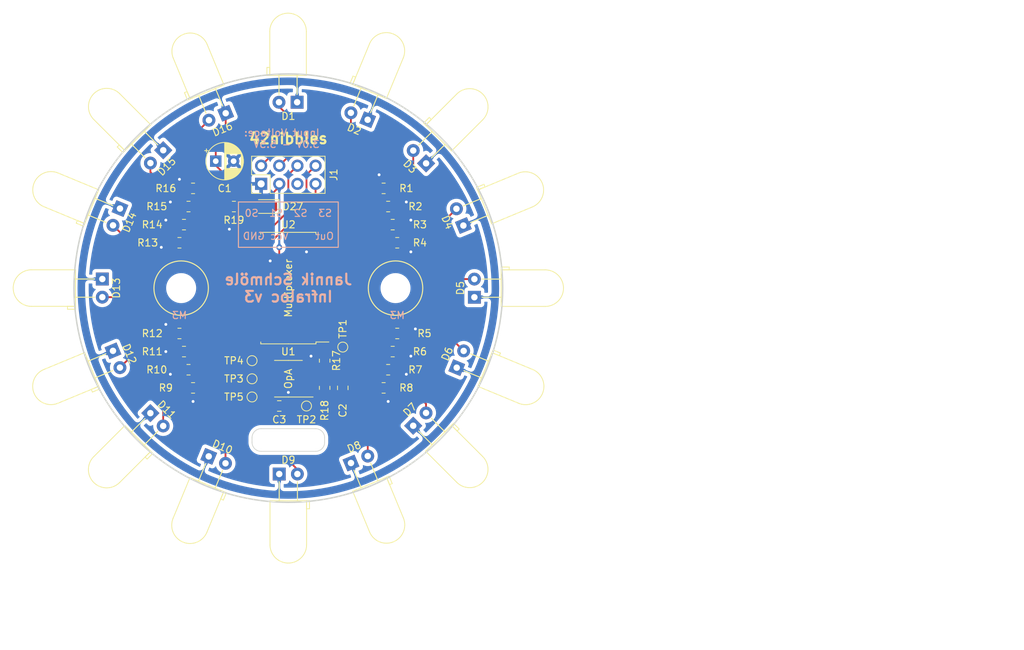
<source format=kicad_pcb>
(kicad_pcb (version 20211014) (generator pcbnew)
  (title_block (title "Infraloc") (date "2023-02-10") (rev "3") (company "FH Dortmund - 42nibbles") (comment 1 "Jannik Schmöle") (comment 4 "AISLER Project ID: UIJZLBFI"))
  (layers (0 "F.Cu" signal) (31 "B.Cu" signal) (34 "B.Paste" user) (35 "F.Paste" user) (36 "B.SilkS" user "B.Silkscreen") (37 "F.SilkS" user "F.Silkscreen") (38 "B.Mask" user) (39 "F.Mask" user) (44 "Edge.Cuts" user))
  (net 0 "")
  (net 1 "IRsig")
  (net 2 "/IR Empfänger/S0")
  (net 3 "GND")
  (net 4 "/IR Empfänger/S1")
  (net 5 "/IR Empfänger/S2")
  (net 6 "VCC")
  (net 7 "/IR Empfänger/S3")
  (net 8 "/IR Empfänger/Out")
  (net 9 "Net-(D1-Pad2)")
  (net 10 "Net-(D2-Pad2)")
  (net 11 "Net-(D3-Pad2)")
  (net 12 "Net-(D4-Pad2)")
  (net 13 "Net-(D5-Pad2)")
  (net 14 "Net-(D6-Pad2)")
  (net 15 "Net-(D7-Pad2)")
  (net 16 "Net-(D8-Pad2)")
  (net 17 "Net-(D9-Pad2)")
  (net 18 "Net-(D12-Pad2)")
  (net 19 "Net-(D13-Pad2)")
  (net 20 "Net-(D14-Pad2)")
  (net 21 "Net-(D15-Pad2)")
  (net 22 "Net-(D16-Pad2)")
  (net 23 "Net-(D10-Pad2)")
  (net 24 "Net-(D11-Pad2)")
  (net 25 "/IR Empfänger/IR Drive")
  (net 26 "Net-(TP3-Pad1)")
  (net 27 "Net-(TP4-Pad1)")
  (net 28 "Net-(TP5-Pad1)")
  (net 29 "Net-(D27-Pad2)")
  (net 30 "Net-(C2-Pad1)")
  (footprint "Capacitor_SMD:C_0805_2012Metric_Pad1.18x1.45mm_HandSolder" (layer "F.Cu") (at 67.31 73.66 -90)
    (fp_text reference "C2")
    (fp_text value "10pF")
  )
  (footprint "Resistor_SMD:R_0805_2012Metric_Pad1.20x1.40mm_HandSolder" (layer "F.Cu") (at 74.295 50.8)
    (fp_text reference "R3")
    (fp_text value "R")
  )
  (footprint "Resistor_SMD:R_0805_2012Metric_Pad1.20x1.40mm_HandSolder" (layer "F.Cu") (at 45.72 48.26 180)
    (fp_text reference "R15")
    (fp_text value "R")
  )
  (footprint "TestPoint:TestPoint_Pad_D1.0mm" (layer "F.Cu") (at 62.23 76.2 -90)
    (fp_text reference "TP2")
    (fp_text value "Preamp")
  )
  (footprint "LED_THT:LED_D5.0mm_Horizontal_O3.81mm_Z3.0mm" (layer "F.Cu") (at 35.636796 49.726836 -112.5)
    (fp_text reference "D14")
    (fp_text value "D_Photo")
  )
  (footprint "LED_THT:LED_D5.0mm_Horizontal_O3.81mm_Z3.0mm" (layer "F.Cu") (at 69.653163 83.743203 22.5)
    (fp_text reference "D8")
    (fp_text value "D_Photo")
  )
  (footprint "LED_THT:LED_D5.0mm_Horizontal_O3.81mm_Z3.0mm" (layer "F.Cu") (at 49.726836 35.636796 -157.5)
    (fp_text reference "D16")
    (fp_text value "D_Photo")
  )
  (footprint "TestPoint:TestPoint_Pad_D1.0mm" (layer "F.Cu") (at 67.31 67.945 180)
    (fp_text reference "TP1")
    (fp_text value "IR_Signal")
  )
  (footprint "Resistor_SMD:R_0805_2012Metric_Pad1.20x1.40mm_HandSolder" (layer "F.Cu") (at 73.025 45.72)
    (fp_text reference "R1")
    (fp_text value "R")
  )
  (footprint "Resistor_SMD:R_0805_2012Metric_Pad1.20x1.40mm_HandSolder" (layer "F.Cu") (at 52.07 48.26 180)
    (fp_text reference "R19")
    (fp_text value "250R")
  )
  (footprint "Connector_PinHeader_2.54mm:PinHeader_2x04_P2.54mm_Vertical" (layer "F.Cu") (at 55.88 45.085 90)
    (fp_text reference "J1")
    (fp_text value "Conn_02x04_Odd_Even")
  )
  (footprint "LED_THT:LED_D5.0mm_Horizontal_O3.81mm_Z3.0mm" (layer "F.Cu") (at 35.636796 69.653163 -67.5)
    (fp_text reference "D12")
    (fp_text value "D_Photo")
  )
  (footprint "TestPoint:TestPoint_Pad_D1.0mm" (layer "F.Cu") (at 54.61 72.39)
    (fp_text reference "TP3")
    (fp_text value "2-")
  )
  (footprint "Resistor_SMD:R_0805_2012Metric_Pad1.20x1.40mm_HandSolder" (layer "F.Cu") (at 73.025 73.66)
    (fp_text reference "R8")
    (fp_text value "R")
  )
  (footprint "Resistor_SMD:R_0805_2012Metric_Pad1.20x1.40mm_HandSolder" (layer "F.Cu") (at 45.085 50.8 180)
    (fp_text reference "R14")
    (fp_text value "R")
  )
  (footprint "Resistor_SMD:R_0805_2012Metric_Pad1.20x1.40mm_HandSolder" (layer "F.Cu") (at 46.355 45.72 180)
    (fp_text reference "R16")
    (fp_text value "R")
  )
  (footprint "Resistor_SMD:R_0805_2012Metric_Pad1.20x1.40mm_HandSolder" (layer "F.Cu") (at 73.66 71.12)
    (fp_text reference "R7")
    (fp_text value "R")
  )
  (footprint "LED_THT:LED_D5.0mm_Horizontal_O3.81mm_Z3.0mm" (layer "F.Cu") (at 49.726836 83.743203 -22.5)
    (fp_text reference "D10")
    (fp_text value "D_Photo")
  )
  (footprint "Resistor_SMD:R_0805_2012Metric_Pad1.20x1.40mm_HandSolder" (layer "F.Cu") (at 74.93 53.34)
    (fp_text reference "R4")
    (fp_text value "R")
  )
  (footprint "LED_THT:LED_D5.0mm_Horizontal_O3.81mm_Z3.0mm" (layer "F.Cu") (at 59.69 33.655 180)
    (fp_text reference "D1")
    (fp_text value "D_Photo")
  )
  (footprint "LED_THT:LED_D5.0mm_Horizontal_O3.81mm_Z3.0mm" (layer "F.Cu") (at 83.743203 69.653163 67.5)
    (fp_text reference "D6")
    (fp_text value "D_Photo")
  )
  (footprint "Resistor_SMD:R_0805_2012Metric_Pad1.20x1.40mm_HandSolder" (layer "F.Cu") (at 45.085 68.58 180)
    (fp_text reference "R11")
    (fp_text value "R")
  )
  (footprint "LED_THT:LED_D5.0mm_Horizontal_O3.81mm_Z3.0mm" (layer "F.Cu") (at 59.69 85.725)
    (fp_text reference "D9")
    (fp_text value "D_Photo")
  )
  (footprint "Resistor_SMD:R_0805_2012Metric_Pad1.20x1.40mm_HandSolder" (layer "F.Cu") (at 64.77 73.66 -90)
    (fp_text reference "R18")
    (fp_text value "R")
  )
  (footprint "Resistor_SMD:R_0805_2012Metric_Pad1.20x1.40mm_HandSolder" (layer "F.Cu") (at 45.72 71.12 180)
    (fp_text reference "R10")
    (fp_text value "R")
  )
  (footprint "LED_THT:LED_D5.0mm_Horizontal_O3.81mm_Z3.0mm" (layer "F.Cu") (at 33.655 59.69 -90)
    (fp_text reference "D13")
    (fp_text value "D_Photo")
  )
  (footprint "Package_SO:SOP-8_3.9x4.9mm_P1.27mm" (layer "F.Cu") (at 59.7025 72.3775 180)
    (fp_text reference "U1")
    (fp_text value "LM358")
  )
  (footprint "Resistor_SMD:R_0805_2012Metric_Pad1.20x1.40mm_HandSolder" (layer "F.Cu") (at 44.45 53.34 180)
    (fp_text reference "R13")
    (fp_text value "R")
  )
  (footprint "LED_THT:LED_D5.0mm_Horizontal_O3.81mm_Z3.0mm" (layer "F.Cu") (at 83.743203 49.726836 112.5)
    (fp_text reference "D4")
    (fp_text value "D_Photo")
  )
  (footprint "TestPoint:TestPoint_Pad_D1.0mm" (layer "F.Cu") (at 54.61 69.85)
    (fp_text reference "TP4")
    (fp_text value "2+")
  )
  (footprint "LED_THT:LED_D5.0mm_Horizontal_O3.81mm_Z3.0mm" (layer "F.Cu") (at 41.280474 78.099525 -45)
    (fp_text reference "D11")
    (fp_text value "D_Photo")
  )
  (footprint "LED_THT:LED_D5.0mm_Horizontal_O3.81mm_Z3.0mm" (layer "F.Cu") (at 41.280474 41.280474 -135)
    (fp_text reference "D15")
    (fp_text value "D_Photo")
  )
  (footprint "Package_SO:SOIC-24W_7.5x15.4mm_P1.27mm" (layer "F.Cu") (at 59.69 59.69 180)
    (fp_text reference "U2")
    (fp_text value "74HC4067D")
  )
  (footprint "Capacitor_SMD:C_0805_2012Metric_Pad1.18x1.45mm_HandSolder" (layer "F.Cu") (at 58.42 76.2)
    (fp_text reference "C3")
    (fp_text value "100nF")
  )
  (footprint "LED_THT:LED_D5.0mm_Horizontal_O3.81mm_Z3.0mm" (layer "F.Cu") (at 78.099525 41.280474 135)
    (fp_text reference "D3")
    (fp_text value "D_Photo")
  )
  (footprint "Resistor_SMD:R_0805_2012Metric_Pad1.20x1.40mm_HandSolder" (layer "F.Cu") (at 64.77 69.85 -90)
    (fp_text reference "R17")
    (fp_text value "150k")
  )
  (footprint "Resistor_SMD:R_0805_2012Metric_Pad1.20x1.40mm_HandSolder" (layer "F.Cu") (at 44.45 66.04 180)
    (fp_text reference "R12")
    (fp_text value "R")
  )
  (footprint "Resistor_SMD:R_0805_2012Metric_Pad1.20x1.40mm_HandSolder" (layer "F.Cu") (at 46.355 73.66 180)
    (fp_text reference "R9")
    (fp_text value "R")
  )
  (footprint "Resistor_SMD:R_0805_2012Metric_Pad1.20x1.40mm_HandSolder" (layer "F.Cu") (at 74.295 68.58)
    (fp_text reference "R6")
    (fp_text value "R")
  )
  (footprint "LED_THT:LED_D5.0mm_Horizontal_O3.81mm_Z3.0mm" (layer "F.Cu") (at 85.725 59.69 90)
    (fp_text reference "D5")
    (fp_text value "D_Photo")
  )
  (footprint "Resistor_SMD:R_0805_2012Metric_Pad1.20x1.40mm_HandSolder" (layer "F.Cu") (at 74.93 66.04)
    (fp_text reference "R5")
    (fp_text value "R")
  )
  (footprint "Capacitor_THT:CP_Radial_D5.0mm_P2.50mm" (layer "F.Cu") (at 49.53 41.91)
    (fp_text reference "C1")
    (fp_text value "10uF")
  )
  (footprint "Resistor_SMD:R_0805_2012Metric_Pad1.20x1.40mm_HandSolder" (layer "F.Cu") (at 73.66 48.26)
    (fp_text reference "R2")
    (fp_text value "R")
  )
  (footprint "MountingHole:MountingHole_3.2mm_M3_DIN965" (layer "F.Cu") (at 44.69 59.69)
    (fp_text reference "H2")
    (fp_text value "MountingHole")
  )
  (footprint "LED_THT:LED_D5.0mm_Horizontal_O3.81mm_Z3.0mm" (layer "F.Cu") (at 69.653163 35.636796 157.5)
    (fp_text reference "D2")
    (fp_text value "D_Photo")
  )
  (footprint "LED_SMD:LED_0805_2012Metric_Pad1.15x1.40mm_HandSolder" (layer "F.Cu") (at 56.515 48.26 180)
    (fp_text reference "D27")
    (fp_text value "LED")
  )
  (footprint "TestPoint:TestPoint_Pad_D1.0mm" (layer "F.Cu") (at 54.61 74.93)
    (fp_text reference "TP5")
    (fp_text value "2Out")
  )
  (footprint "LED_THT:LED_D5.0mm_Horizontal_O3.81mm_Z3.0mm" (layer "F.Cu") (at 78.099525 78.099525 45)
    (fp_text reference "D7")
    (fp_text value "D_Photo")
  )
  (footprint "MountingHole:MountingHole_3.2mm_M3_DIN965" (layer "F.Cu") (at 74.69 59.69)
    (fp_text reference "H1")
    (fp_text value "MountingHole")
  )
  (gr_rect (start 52.705 47.625) (end 66.675 53.975) (layer "B.SilkS") (width 0.15) (fill none))
  (gr_circle (center 74.69 59.69) (end 78.5 59.69) (layer "F.SilkS") (width 0.15) (fill none))
  (gr_circle (center 44.69 59.69) (end 40.88 59.69) (layer "F.SilkS") (width 0.15) (fill none))
  (gr_circle (center 59.69 59.69) (end 89.69 59.69) (layer "Edge.Cuts") (width 0.2) (fill none))
  (gr_line (start 54.61 81.28) (end 54.61 80.645) (layer "Edge.Cuts") (width 0.1))
  (gr_line (start 63.5 82.55) (end 55.88 82.55) (layer "Edge.Cuts") (width 0.1))
  (gr_arc (start 54.61 80.645) (mid 54.981974 79.746974) (end 55.88 79.375) (layer "Edge.Cuts") (width 0.1))
  (gr_line (start 55.88 79.375) (end 63.5 79.375) (layer "Edge.Cuts") (width 0.1))
  (gr_arc (start 55.88 82.55) (mid 54.981974 82.178026) (end 54.61 81.28) (layer "Edge.Cuts") (width 0.1))
  (gr_arc (start 64.77 81.28) (mid 64.398026 82.178026) (end 63.5 82.55) (layer "Edge.Cuts") (width 0.1))
  (gr_line (start 64.77 80.645) (end 64.77 81.28) (layer "Edge.Cuts") (width 0.1))
  (gr_arc (start 63.5 79.375) (mid 64.398026 79.746974) (end 64.77 80.645) (layer "Edge.Cuts") (width 0.1))
  (gr_text "Input Voltage:\n3.0V - 5.5V" (at 64.135 38.735) (layer "B.SilkS") (effects (font (size 1 1)) (justify left mirror)))
  (gr_text "M3" (at 74.93 63.5) (layer "B.SilkS") (effects (font (size 1 1)) (justify mirror)))
  (gr_text "Jannik Schmöle\nInfraloc v3" (at 59.69 59.69) (layer "B.SilkS") (effects (font (size 1.5 1.5) (thickness 0.3)) (justify mirror)))
  (gr_text "M3" (at 44.45 63.5) (layer "B.SilkS") (effects (font (size 1 1)) (justify mirror)))
  (gr_text "S3  S2  S1  S0\n\nOut     Vcc GND" (at 59.69 50.8) (layer "B.SilkS") (effects (font (size 1 1)) (justify mirror)))
  (gr_text "Multiplexer" (at 59.69 59.69 90) (layer "F.SilkS") (effects (font (size 1 1))))
  (gr_text "42nibbles" (at 59.69 38.735) (layer "F.SilkS") (effects (font (size 1.5 1.5) (thickness 0.3))))
  (gr_text "OpA" (at 59.69 72.39 90) (layer "F.SilkS") (effects (font (size 1 1))))
  (segment (start 63.5 66.675) (end 60.96 69.215) (width 0.25) (layer "F.Cu") (net 1))
  (segment (start 61.5825 73.0125) (end 62.3275 73.0125) (width 0.25) (layer "F.Cu") (net 1))
  (segment (start 66.04 66.675) (end 67.31 67.945) (width 0.25) (layer "F.Cu") (net 1))
  (segment (start 60.96 72.39) (end 61.5825 73.0125) (width 0.25) (layer "F.Cu") (net 1))
  (segment (start 60.96 69.215) (end 60.96 72.39) (width 0.25) (layer "F.Cu") (net 1))
  (segment (start 64.34 66.675) (end 66.04 66.675) (width 0.25) (layer "F.Cu") (net 1))
  (segment (start 64.34 66.675) (end 63.5 66.675) (width 0.25) (layer "F.Cu") (net 1))
  (segment (start 58.42 40.005) (end 64.77 40.005) (width 0.25) (layer "F.Cu") (net 2))
  (segment (start 67.31 53.34) (end 65.405 55.245) (width 0.25) (layer "F.Cu") (net 2))
  (segment (start 65.405 55.245) (end 64.34 55.245) (width 0.25) (layer "F.Cu") (net 2))
  (segment (start 67.31 42.545) (end 67.31 53.34) (width 0.25) (layer "F.Cu") (net 2))
  (segment (start 64.77 40.005) (end 67.31 42.545) (width 0.25) (layer "F.Cu") (net 2))
  (segment (start 55.88 42.545) (end 58.42 40.005) (width 0.25) (layer "F.Cu") (net 2))
  (segment (start 45.355 45.355) (end 44.45 44.45) (width 0.25) (layer "F.Cu") (net 3))
  (segment (start 44.72 71.12) (end 43.815 71.12) (width 0.25) (layer "F.Cu") (net 3))
  (segment (start 76.2 71.755) (end 75.565 71.12) (width 0.25) (layer "F.Cu") (net 3))
  (segment (start 76.2 47.625) (end 75.565 48.26) (width 0.25) (layer "F.Cu") (net 3))
  (segment (start 76.2 50.8) (end 75.295 50.8) (width 0.25) (layer "F.Cu") (net 3))
  (segment (start 64.405 69.215) (end 64.77 68.85) (width 0.25) (layer "F.Cu") (net 3))
  (segment (start 63.913928 52.705) (end 64.34 52.705) (width 0.25) (layer "F.Cu") (net 3))
  (segment (start 45.355 45.72) (end 45.355 45.355) (width 0.25) (layer "F.Cu") (net 3))
  (segment (start 62.23 54.388928) (end 63.913928 52.705) (width 0.25) (layer "F.Cu") (net 3))
  (segment (start 62.865 69.215) (end 62.3275 69.7525) (width 0.25) (layer "F.Cu") (net 3))
  (segment (start 76.835 50.165) (end 76.2 50.8) (width 0.25) (layer "F.Cu") (net 3))
  (segment (start 76.835 66.04) (end 75.93 66.04) (width 0.25) (layer "F.Cu") (net 3))
  (segment (start 51.435 51.435) (end 51.435 48.625) (width 0.25) (layer "F.Cu") (net 3))
  (segment (start 74.025 75.2) (end 74.025 73.66) (width 0.25) (layer "F.Cu") (net 3))
  (segment (start 59.4575 74.5275) (end 59.4575 76.2) (width 0.25) (layer "F.Cu") (net 3))
  (segment (start 57.15 55.88) (end 56.515 55.245) (width 0.25) (layer "F.Cu") (net 3))
  (segment (start 73.66 75.565) (end 74.025 75.2) (width 0.25) (layer "F.Cu") (net 3))
  (segment (start 75.565 48.26) (end 74.66 48.26) (width 0.25) (layer "F.Cu") (net 3))
  (segment (start 42.545 53.34) (end 41.91 53.975) (width 0.25) (layer "F.Cu") (net 3))
  (segment (start 74.025 45.45) (end 72.39 43.815) (width 0.25) (layer "F.Cu") (net 3))
  (segment (start 51.435 48.625) (end 51.07 48.26) (width 0.25) (layer "F.Cu") (net 3))
  (segment (start 43.815 71.12) (end 43.18 71.755) (width 0.25) (layer "F.Cu") (net 3))
  (segment (start 74.025 45.72) (end 74.025 45.45) (width 0.25) (layer "F.Cu") (net 3))
  (segment (start 59.69 74.295) (end 59.4575 74.5275) (width 0.25) (layer "F.Cu") (net 3))
  (segment (start 76.835 69.215) (end 76.2 68.58) (width 0.25) (layer "F.Cu") (net 3))
  (segment (start 46.355 75.565) (end 45.355 74.565) (width 0.25) (layer "F.Cu") (net 3))
  (segment (start 75.565 71.12) (end 74.66 71.12) (width 0.25) (layer "F.Cu") (net 3))
  (segment (start 43.45 53.34) (end 42.545 53.34) (width 0.25) (layer "F.Cu") (net 3))
  (segment (start 75.93 53.34) (end 75.93 53.705) (width 0.25) (layer "F.Cu") (net 3))
  (segment (start 42.545 65.135) (end 43.45 66.04) (width 0.25) (layer "F.Cu") (net 3))
  (segment (start 42.545 64.77) (end 42.545 65.135) (width 0.25) (layer "F.Cu") (net 3))
  (segment (start 44.085 50.8) (end 43.18 50.8) (width 0.25) (layer "F.Cu") (net 3))
  (segment (start 62.3275 69.7525) (end 62.3275 70.4725) (width 0.25) (layer "F.Cu") (net 3))
  (segment (start 43.18 50.8) (end 42.545 50.165) (width 0.25) (layer "F.Cu") (net 3))
  (segment (start 75.93 53.705) (end 76.835 54.61) (width 0.25) (layer "F.Cu") (net 3))
  (segment (start 62.23 54.61) (end 62.23 54.388928) (width 0.25) (layer "F.Cu") (net 3))
  (segment (start 76.2 68.58) (end 75.295 68.58) (width 0.25) (layer "F.Cu") (net 3))
  (segment (start 43.815 48.26) (end 43.18 47.625) (width 0.25) (layer "F.Cu") (net 3))
  (segment (start 44.085 68.58) (end 42.545 68.58) (width 0.25) (layer "F.Cu") (net 3))
  (segment (start 77.47 65.405) (end 76.835 66.04) (width 0.25) (layer "F.Cu") (net 3))
  (segment (start 45.355 74.565) (end 45.355 73.66) (width 0.25) (layer "F.Cu") (net 3))
  (segment (start 44.72 48.26) (end 43.815 48.26) (width 0.25) (layer "F.Cu") (net 3))
  (segment (start 62.865 69.215) (end 64.405 69.215) (width 0.25) (layer "F.Cu") (net 3))
  (segment (start 56.515 55.245) (end 55.04 55.245) (width 0.25) (layer "F.Cu") (net 3))
  (via (at 42.545 68.58) (size 0.8) (drill 0.4) (layers "F.Cu" "B.Cu") (net 3))
  (via (at 76.2 47.625) (size 0.8) (drill 0.4) (layers "F.Cu" "B.Cu") (net 3))
  (via (at 43.18 47.625) (size 0.8) (drill 0.4) (layers "F.Cu" "B.Cu") (net 3))
  (via (at 76.835 54.61) (size 0.8) (drill 0.4) (layers "F.Cu" "B.Cu") (net 3))
  (via (at 76.2 71.755) (size 0.8) (drill 0.4) (layers "F.Cu" "B.Cu") (net 3))
  (via (at 72.39 43.815) (size 0.8) (drill 0.4) (layers "F.Cu" "B.Cu") (net 3))
  (via (at 57.15 55.88) (size 0.8) (drill 0.4) (layers "F.Cu" "B.Cu") (net 3))
  (via (at 62.23 54.61) (size 0.8) (drill 0.4) (layers "F.Cu" "B.Cu") (net 3))
  (via (at 76.835 50.165) (size 0.8) (drill 0.4) (layers "F.Cu" "B.Cu") (net 3))
  (via (at 73.66 75.565) (size 0.8) (drill 0.4) (layers "F.Cu" "B.Cu") (net 3))
  (via (at 77.47 65.405) (size 0.8) (drill 0.4) (layers "F.Cu" "B.Cu") (net 3))
  (via (at 46.355 75.565) (size 0.8) (drill 0.4) (layers "F.Cu" "B.Cu") (net 3))
  (via (at 42.545 64.77) (size 0.8) (drill 0.4) (layers "F.Cu" "B.Cu") (net 3))
  (via (at 62.865 69.215) (size 0.8) (drill 0.4) (layers "F.Cu" "B.Cu") (net 3))
  (via (at 59.69 74.295) (size 0.8) (drill 0.4) (layers "F.Cu" "B.Cu") (net 3))
  (via (at 76.835 69.215) (size 0.8) (drill 0.4) (layers "F.Cu" "B.Cu") (net 3))
  (via (at 43.18 71.755) (size 0.8) (drill 0.4) (layers "F.Cu" "B.Cu") (net 3))
  (via (at 44.45 44.45) (size 0.8) (drill 0.4) (layers "F.Cu" "B.Cu") (net 3))
  (via (at 41.91 53.975) (size 0.8) (drill 0.4) (layers "F.Cu" "B.Cu") (net 3))
  (via (at 51.435 51.435) (size 0.8) (drill 0.4) (layers "F.Cu" "B.Cu") (net 3))
  (via (at 42.545 50.165) (size 0.8) (drill 0.4) (layers "F.Cu" "B.Cu") (net 3))
  (segment (start 65.05452 53.975) (end 64.34 53.975) (width 0.25) (layer "F.Cu") (net 4))
  (segment (start 64.135 40.64) (end 66.04 42.545) (width 0.25) (layer "F.Cu") (net 4))
  (segment (start 66.04 52.98952) (end 65.05452 53.975) (width 0.25) (layer "F.Cu") (net 4))
  (segment (start 66.04 42.545) (end 66.04 52.98952) (width 0.25) (layer "F.Cu") (net 4))
  (segment (start 58.42 42.545) (end 60.325 40.64) (width 0.25) (layer "F.Cu") (net 4))
  (segment (start 60.325 40.64) (end 64.135 40.64) (width 0.25) (layer "F.Cu") (net 4))
  (segment (start 53.34 53.34) (end 53.975 53.975) (width 0.25) (layer "F.Cu") (net 5))
  (segment (start 54.15024 51.435) (end 53.34 52.24524) (width 0.25) (layer "F.Cu") (net 5))
  (segment (start 57.15 51.435) (end 54.15024 51.435) (width 0.25) (layer "F.Cu") (net 5))
  (segment (start 53.975 53.975) (end 55.04 53.975) (width 0.25) (layer "F.Cu") (net 5))
  (segment (start 60.96 42.545) (end 59.69 43.815) (width 0.25) (layer "F.Cu") (net 5))
  (segment (start 53.34 52.24524) (end 53.34 53.34) (width 0.25) (layer "F.Cu") (net 5))
  (segment (start 59.69 48.895) (end 57.15 51.435) (width 0.25) (layer "F.Cu") (net 5))
  (segment (start 59.69 43.815) (end 59.69 48.895) (width 0.25) (layer "F.Cu") (net 5))
  (segment (start 57.7975 74.2825) (end 58.42 73.66) (width 0.25) (layer "F.Cu") (net 6))
  (segment (start 58.42 45.475) (end 58.42 45.085) (width 0.25) (layer "F.Cu") (net 6))
  (segment (start 57.54 48.26) (end 57.54 47.135) (width 0.25) (layer "F.Cu") (net 6))
  (segment (start 57.15 46.745) (end 58.42 45.475) (width 0.25) (layer "F.Cu") (net 6))
  (segment (start 57.54 47.135) (end 57.15 46.745) (width 0.25) (layer "F.Cu") (net 6))
  (segment (start 57.0775 75.895) (end 57.3825 76.2) (width 0.25) (layer "F.Cu") (net 6))
  (segment (start 58.42 64.245536) (end 55.990536 66.675) (width 0.25) (layer "F.Cu") (net 6))
  (segment (start 57.0775 74.2825) (end 57.7975 74.2825) (width 0.25) (layer "F.Cu") (net 6))
  (segment (start 58.42 70.055) (end 55.04 66.675) (width 0.25) (layer "F.Cu") (net 6))
  (segment (start 49.53 42.508753) (end 53.766247 46.745) (width 0.25) (layer "F.Cu") (net 6))
  (segment (start 53.766247 46.745) (end 57.15 46.745) (width 0.25) (layer "F.Cu") (net 6))
  (segment (start 58.42 53.975) (end 58.42 64.245536) (width 0.25) (layer "F.Cu") (net 6))
  (segment (start 49.53 40.005) (end 49.53 41.91) (width 0.25) (layer "F.Cu") (net 6))
  (segment (start 58.42 73.66) (end 58.42 70.055) (width 0.25) (layer "F.Cu") (net 6))
  (segment (start 50.923917 38.611083) (end 49.53 40.005) (width 0.25) (layer "F.Cu") (net 6))
  (segment (start 50.923917 35.195069) (end 50.923917 38.611083) (width 0.25) (layer "F.Cu") (net 6))
  (segment (start 49.53 41.91) (end 49.53 42.508753) (width 0.25) (layer "F.Cu") (net 6))
  (segment (start 57.0775 74.2825) (end 57.0775 75.895) (width 0.25) (layer "F.Cu") (net 6))
  (segment (start 55.990536 66.675) (end 55.04 66.675) (width 0.25) (layer "F.Cu") (net 6))
  (via (at 58.42 53.975) (size 0.8) (drill 0.4) (layers "F.Cu" "B.Cu") (net 6))
  (segment (start 68.456082 84.18493) (end 69.215 86.36) (width 0.25) (layer "B.Cu") (net 6))
  (segment (start 33.655 58.415) (end 31.115 58.42) (width 0.25) (layer "B.Cu") (net 6))
  (segment (start 85.725 60.965) (end 88.26 60.965) (width 0.25) (layer "B.Cu") (net 6))
  (segment (start 36.124717 48.54889) (end 33.655 47.625) (width 0.25) (layer "B.Cu") (net 6))
  (segment (start 58.415 85.725) (end 58.42 88.265) (width 0.25) (layer "B.Cu") (net 6))
  (segment (start 78.965731 42.21739) (end 81.28 40.005) (width 0.25) (layer "B.Cu") (net 6))
  (segment (start 42.182035 40.378913) (end 40.64 38.735) (width 0.25) (layer "B.Cu") (net 6))
  (segment (start 50.923917 35.195069) (end 50.165 33.02) (width 0.25) (layer "B.Cu") (net 6))
  (segment (start 48.54889 83.255282) (end 47.625 85.725) (width 0.25) (layer "B.Cu") (net 6))
  (segment (start 83.255282 70.831109) (end 85.725 71.755) (width 0.25) (layer "B.Cu") (net 6))
  (segment (start 40.378913 77.197964) (end 38.735 78.74) (width 0.25) (layer "B.Cu") (net 6))
  (segment (start 60.92 33.655) (end 60.96 31.115) (width 0.25) (layer "B.Cu") (net 6))
  (segment (start 84.18493 50.923917) (end 86.995 49.53) (width 0.25) (layer "B.Cu") (net 6))
  (segment (start 77.162609 78.965731) (end 78.74 80.645) (width 0.25) (layer "B.Cu") (net 6))
  (segment (start 70.789535 36.107497) (end 71.755 33.655) (width 0.25) (layer "B.Cu") (net 6))
  (segment (start 58.42 53.975) (end 58.42 45.085) (width 0.25) (layer "B.Cu") (net 6))
  (segment (start 35.148875 68.475217) (end 33.02 69.215) (width 0.25) (layer "B.Cu") (net 6))
  (segment (start 88.26 60.965) (end 88.265 60.96) (width 0.25) (layer "B.Cu") (net 6))
  (segment (start 62.23 43.815) (end 62.23 48.26) (width 0.25) (layer "F.Cu") (net 7))
  (segment (start 57.785 52.705) (end 55.04 52.705) (width 0.25) (layer "F.Cu") (net 7))
  (segment (start 62.23 48.26) (end 57.785 52.705) (width 0.25) (layer "F.Cu") (net 7))
  (segment (start 63.5 42.545) (end 62.23 43.815) (width 0.25) (layer "F.Cu") (net 7))
  (segment (start 63.5 45.085) (end 63.5 48.895704) (width 0.25) (layer "F.Cu") (net 8))
  (segment (start 62.23 74.38) (end 62.3275 74.2825) (width 0.25) (layer "F.Cu") (net 8))
  (segment (start 64.77 74.66) (end 67.2725 74.66) (width 0.25) (layer "F.Cu") (net 8))
  (segment (start 59.69 52.705704) (end 59.69 72.39) (width 0.25) (layer "F.Cu") (net 8))
  (segment (start 59.69 72.39) (end 61.5825 74.2825) (width 0.25) (layer "F.Cu") (net 8))
  (segment (start 64.3925 74.2825) (end 64.77 74.66) (width 0.25) (layer "F.Cu") (net 8))
  (segment (start 63.5 48.895704) (end 59.69 52.705704) (width 0.25) (layer "F.Cu") (net 8))
  (segment (start 62.23 76.2) (end 62.23 74.38) (width 0.25) (layer "F.Cu") (net 8))
  (segment (start 61.5825 74.2825) (end 62.3275 74.2825) (width 0.25) (layer "F.Cu") (net 8))
  (segment (start 62.3275 74.2825) (end 64.3925 74.2825) (width 0.25) (layer "F.Cu") (net 8))
  (segment (start 58.38 33.655) (end 58.38 34.25) (width 0.25) (layer "F.Cu") (net 9))
  (segment (start 58.38 34.25) (end 60.325 36.195) (width 0.25) (layer "F.Cu") (net 9))
  (segment (start 60.325 36.195) (end 62.5 36.195) (width 0.25) (layer "F.Cu") (net 9))
  (segment (start 72.025 45.72) (end 69.215 48.53) (width 0.25) (layer "F.Cu") (net 9))
  (segment (start 62.5 36.195) (end 72.025 45.72) (width 0.25) (layer "F.Cu") (net 9))
  (segment (start 66.04 56.515) (end 64.34 56.515) (width 0.25) (layer "F.Cu") (net 9))
  (segment (start 69.215 53.34) (end 66.04 56.515) (width 0.25) (layer "F.Cu") (net 9))
  (segment (start 69.215 48.53) (end 69.215 53.34) (width 0.25) (layer "F.Cu") (net 9))
  (segment (start 68.442881 37.962881) (end 75.565 45.085) (width 0.25) (layer "F.Cu") (net 10))
  (segment (start 75.565 45.085) (end 75.565 46.47774) (width 0.25) (layer "F.Cu") (net 10))
  (segment (start 71.12 49.8) (end 71.12 52.705359) (width 0.25) (layer "F.Cu") (net 10))
  (segment (start 71.12 52.705359) (end 66.040359 57.785) (width 0.25) (layer "F.Cu") (net 10))
  (segment (start 72.66 48.26) (end 71.12 49.8) (width 0.25) (layer "F.Cu") (net 10))
  (segment (start 68.442881 35.135481) (end 68.442881 37.962881) (width 0.25) (layer "F.Cu") (net 10))
  (segment (start 66.040359 57.785) (end 64.34 57.785) (width 0.25) (layer "F.Cu") (net 10))
  (segment (start 75.565 46.47774) (end 75.05274 46.99) (width 0.25) (layer "F.Cu") (net 10))
  (segment (start 75.05274 46.99) (end 73.93 46.99) (width 0.25) (layer "F.Cu") (net 10))
  (segment (start 73.93 46.99) (end 72.66 48.26) (width 0.25) (layer "F.Cu") (net 10))
  (segment (start 72.39 51.705) (end 72.39 53.34) (width 0.25) (layer "F.Cu") (net 11))
  (segment (start 74.565 49.53) (end 73.295 50.8) (width 0.25) (layer "F.Cu") (net 11))
  (segment (start 66.675 59.055) (end 64.34 59.055) (width 0.25) (layer "F.Cu") (net 11))
  (segment (start 77.16968 40.421339) (end 77.16968 47.961567) (width 0.25) (layer "F.Cu") (net 11))
  (segment (start 72.39 53.34) (end 66.675 59.055) (width 0.25) (layer "F.Cu") (net 11))
  (segment (start 77.16968 47.961567) (end 75.601247 49.53) (width 0.25) (layer "F.Cu") (net 11))
  (segment (start 75.601247 49.53) (end 74.565 49.53) (width 0.25) (layer "F.Cu") (net 11))
  (segment (start 73.295 50.8) (end 72.39 51.705) (width 0.25) (layer "F.Cu") (net 11))
  (segment (start 66.945 60.325) (end 64.34 60.325) (width 0.25) (layer "F.Cu") (net 12))
  (segment (start 79.720177 52.07) (end 75.2 52.07) (width 0.25) (layer "F.Cu") (net 12))
  (segment (start 73.93 53.34) (end 66.945 60.325) (width 0.25) (layer "F.Cu") (net 12))
  (segment (start 83.212914 48.577263) (end 79.720177 52.07) (width 0.25) (layer "F.Cu") (net 12))
  (segment (start 75.2 52.07) (end 73.93 53.34) (width 0.25) (layer "F.Cu") (net 12))
  (segment (start 85.725 58.425) (end 83.815 58.425) (width 0.25) (layer "F.Cu") (net 13))
  (segment (start 69.485 61.595) (end 64.34 61.595) (width 0.25) (layer "F.Cu") (net 13))
  (segment (start 75.835 64.135) (end 73.93 66.04) (width 0.25) (layer "F.Cu") (net 13))
  (segment (start 83.815 58.425) (end 78.105 64.135) (width 0.25) (layer "F.Cu") (net 13))
  (segment (start 78.105 64.135) (end 75.835 64.135) (width 0.25) (layer "F.Cu") (net 13))
  (segment (start 73.93 66.04) (end 69.485 61.595) (width 0.25) (layer "F.Cu") (net 13))
  (segment (start 72.39 67.04) (end 73.295 67.945) (width 0.25) (layer "F.Cu") (net 14))
  (segment (start 73.295 67.945) (end 73.295 68.58) (width 0.25) (layer "F.Cu") (net 14))
  (segment (start 64.34 62.865) (end 69.215 62.865) (width 0.25) (layer "F.Cu") (net 14))
  (segment (start 69.215 62.865) (end 72.39 66.04) (width 0.25) (layer "F.Cu") (net 14))
  (segment (start 83.052843 67.31) (end 74.565 67.31) (width 0.25) (layer "F.Cu") (net 14))
  (segment (start 84.227298 68.484455) (end 83.052843 67.31) (width 0.25) (layer "F.Cu") (net 14))
  (segment (start 72.39 66.04) (end 72.39 67.04) (width 0.25) (layer "F.Cu") (net 14))
  (segment (start 74.565 67.31) (end 73.295 68.58) (width 0.25) (layer "F.Cu") (net 14))
  (segment (start 68.58018 64.135) (end 64.34 64.135) (width 0.25) (layer "F.Cu") (net 15))
  (segment (start 71.755 67.30982) (end 68.58018 64.135) (width 0.25) (layer "F.Cu") (net 15))
  (segment (start 75.451772 72.39) (end 73.93 72.39) (width 0.25) (layer "F.Cu") (net 15))
  (segment (start 78.95866 77.16968) (end 78.95866 75.896888) (width 0.25) (layer "F.Cu") (net 15))
  (segment (start 72.66 71.12) (end 71.755 70.215) (width 0.25) (layer "F.Cu") (net 15))
  (segment (start 71.755 70.215) (end 71.755 67.30982) (width 0.25) (layer "F.Cu") (net 15))
  (segment (start 73.93 72.39) (end 72.66 71.12) (width 0.25) (layer "F.Cu") (net 15))
  (segment (start 78.95866 75.896888) (end 75.451772 72.39) (width 0.25) (layer "F.Cu") (net 15))
  (segment (start 70.802736 74.882264) (end 72.025 73.66) (width 0.25) (layer "F.Cu") (net 16))
  (segment (start 64.34 65.405) (end 67.945 65.405) (width 0.25) (layer "F.Cu") (net 16))
  (segment (start 70.485 72.12) (end 72.025 73.66) (width 0.25) (layer "F.Cu") (net 16))
  (segment (start 70.485 67.945) (end 70.485 72.12) (width 0.25) (layer "F.Cu") (net 16))
  (segment (start 70.802736 83.212914) (end 70.802736 74.882264) (width 0.25) (layer "F.Cu") (net 16))
  (segment (start 67.945 65.405) (end 70.485 67.945) (width 0.25) (layer "F.Cu") (net 16))
  (segment (start 54.613928 65.405) (end 47.355 72.663928) (width 0.25) (layer "F.Cu") (net 17))
  (segment (start 47.355 72.663928) (end 47.355 73.66) (width 0.25) (layer "F.Cu") (net 17))
  (segment (start 55.04 65.405) (end 54.613928 65.405) (width 0.25) (layer "F.Cu") (net 17))
  (segment (start 47.355 73.66) (end 47.355 76.565) (width 0.25) (layer "F.Cu") (net 17))
  (segment (start 47.355 76.565) (end 54.61 83.82) (width 0.25) (layer "F.Cu") (net 17))
  (segment (start 59.69 83.82) (end 60.955 85.085) (width 0.25) (layer "F.Cu") (net 17))
  (segment (start 60.955 85.085) (end 60.955 85.725) (width 0.25) (layer "F.Cu") (net 17))
  (segment (start 54.61 83.82) (end 59.69 83.82) (width 0.25) (layer "F.Cu") (net 17))
  (segment (start 45.45 66.04) (end 47.625 66.04) (width 0.25) (layer "F.Cu") (net 18))
  (segment (start 47.625 66.04) (end 52.07 61.595) (width 0.25) (layer "F.Cu") (net 18))
  (segment (start 39.632762 67.31) (end 44.18 67.31) (width 0.25) (layer "F.Cu") (net 18))
  (segment (start 52.07 61.595) (end 55.04 61.595) (width 0.25) (layer "F.Cu") (net 18))
  (segment (start 44.18 67.31) (end 45.45 66.04) (width 0.25) (layer "F.Cu") (net 18))
  (segment (start 36.120891 70.821871) (end 39.632762 67.31) (width 0.25) (layer "F.Cu") (net 18))
  (segment (start 52.435 60.325) (end 55.04 60.325) (width 0.25) (layer "F.Cu") (net 19))
  (segment (start 45.45 53.34) (end 45.45 53.598746) (width 0.25) (layer "F.Cu") (net 19))
  (segment (start 45.45 53.34) (end 52.435 60.325) (width 0.25) (layer "F.Cu") (net 19))
  (segment (start 43.803746 55.245) (end 41.91 55.245) (width 0.25) (layer "F.Cu") (net 19))
  (segment (start 36.2 60.955) (end 33.655 60.955) (width 0.25) (layer "F.Cu") (net 19))
  (segment (start 45.45 53.598746) (end 43.803746 55.245) (width 0.25) (layer "F.Cu") (net 19))
  (segment (start 41.91 55.245) (end 36.2 60.955) (width 0.25) (layer "F.Cu") (net 19))
  (segment (start 46.99 53.34) (end 52.705 59.055) (width 0.25) (layer "F.Cu") (net 20))
  (segment (start 46.085 50.8) (end 44.815 52.07) (width 0.25) (layer "F.Cu") (net 20))
  (segment (start 46.085 50.8) (end 46.99 51.705) (width 0.25) (layer "F.Cu") (net 20))
  (segment (start 36.327157 52.07) (end 35.152701 50.895544) (width 0.25) (layer "F.Cu") (net 20))
  (segment (start 44.815 52.07) (end 36.327157 52.07) (width 0.25) (layer "F.Cu") (net 20))
  (segment (start 46.99 51.705) (end 46.99 53.34) (width 0.25) (layer "F.Cu") (net 20))
  (segment (start 52.705 59.055) (end 55.04 59.055) (width 0.25) (layer "F.Cu") (net 20))
  (segment (start 40.385984 42.174964) (end 40.385984 43.447756) (width 0.25) (layer "F.Cu") (net 21))
  (segment (start 45.45 46.99) (end 46.72 48.26) (width 0.25) (layer "F.Cu") (net 21))
  (segment (start 48.26 52.705) (end 53.34 57.785) (width 0.25) (layer "F.Cu") (net 21))
  (segment (start 53.34 57.785) (end 55.04 57.785) (width 0.25) (layer "F.Cu") (net 21))
  (segment (start 40.385984 43.447756) (end 43.928228 46.99) (width 0.25) (layer "F.Cu") (net 21))
  (segment (start 48.26 49.8) (end 48.26 52.705) (width 0.25) (layer "F.Cu") (net 21))
  (segment (start 43.928228 46.99) (end 45.45 46.99) (width 0.25) (layer "F.Cu") (net 21))
  (segment (start 46.72 48.26) (end 48.26 49.8) (width 0.25) (layer "F.Cu") (net 21))
  (segment (start 47.355 45.72) (end 49.53 47.895) (width 0.25) (layer "F.Cu") (net 22))
  (segment (start 53.975718 56.515) (end 55.04 56.515) (width 0.25) (layer "F.Cu") (net 22))
  (segment (start 49.53 47.895) (end 49.53 52.069282) (width 0.25) (layer "F.Cu") (net 22))
  (segment (start 47.355 37.389348) (end 48.577263 36.167085) (width 0.25) (layer "F.Cu") (net 22))
  (segment (start 47.355 45.72) (end 47.355 37.389348) (width 0.25) (layer "F.Cu") (net 22))
  (segment (start 49.53 52.069282) (end 53.975718 56.515) (width 0.25) (layer "F.Cu") (net 22))
  (segment (start 44.43048 72.39) (end 45.45 72.39) (width 0.25) (layer "F.Cu") (net 23))
  (segment (start 55.04 64.135) (end 53.705 64.135) (width 0.25) (layer "F.Cu") (net 23))
  (segment (start 45.45 72.39) (end 46.72 71.12) (width 0.25) (layer "F.Cu") (net 23))
  (segment (start 43.815 73.00548) (end 44.43048 72.39) (width 0.25) (layer "F.Cu") (net 23))
  (segment (start 50.895544 82.010544) (end 43.815 74.93) (width 0.25) (layer "F.Cu") (net 23))
  (segment (start 53.705 64.135) (end 46.72 71.12) (width 0.25) (layer "F.Cu") (net 23))
  (segment (start 50.895544 84.227298) (end 50.895544 82.010544) (width 0.25) (layer "F.Cu") (net 23))
  (segment (start 43.815 74.93) (end 43.815 73.00548) (width 0.25) (layer "F.Cu") (net 23))
  (segment (start 44.815 69.85) (end 46.085 68.58) (width 0.25) (layer "F.Cu") (net 24))
  (segment (start 43.479376 69.85) (end 44.815 69.85) (width 0.25) (layer "F.Cu") (net 24))
  (segment (start 55.04 62.865) (end 52.705 62.865) (width 0.25) (layer "F.Cu") (net 24))
  (segment (start 42.174964 71.154412) (end 43.479376 69.85) (width 0.25) (layer "F.Cu") (net 24))
  (segment (start 52.705 62.865) (end 46.99 68.58) (width 0.25) (layer "F.Cu") (net 24))
  (segment (start 42.174964 78.994015) (end 42.174964 71.154412) (width 0.25) (layer "F.Cu") (net 24))
  (segment (start 46.99 68.58) (end 46.085 68.58) (width 0.25) (layer "F.Cu") (net 24))
  (segment (start 54.61 72.39) (end 55.2575 71.7425) (width 0.25) (layer "F.Cu") (net 26))
  (segment (start 55.2575 71.7425) (end 57.0775 71.7425) (width 0.25) (layer "F.Cu") (net 26))
  (segment (start 56.455 69.85) (end 57.0775 70.4725) (width 0.25) (layer "F.Cu") (net 27))
  (segment (start 54.61 69.85) (end 56.455 69.85) (width 0.25) (layer "F.Cu") (net 27))
  (segment (start 56.5275 73.0125) (end 57.0775 73.0125) (width 0.25) (layer "F.Cu") (net 28))
  (segment (start 54.61 74.93) (end 56.5275 73.0125) (width 0.25) (layer "F.Cu") (net 28))
  (segment (start 53.07 48.26) (end 55.49 48.26) (width 0.25) (layer "F.Cu") (net 29))
  (segment (start 63.8775 71.7425) (end 63.8775 71.7675) (width 0.25) (layer "F.Cu") (net 30))
  (segment (start 62.3275 71.7425) (end 63.8775 71.7425) (width 0.25) (layer "F.Cu") (net 30))
  (segment (start 63.8775 71.7675) (end 64.77 72.66) (width 0.25) (layer "F.Cu") (net 30))
  (segment (start 64.77 72.66) (end 67.2725 72.66) (width 0.25) (layer "F.Cu") (net 30))
  (segment (start 67.2725 72.66) (end 67.31 72.6225) (width 0.25) (layer "F.Cu") (net 30))
  (segment (start 63.8775 71.7425) (end 64.77 70.85) (width 0.25) (layer "F.Cu") (net 30))
  (segment (start 64.77 72.66) (end 64.77 70.85) (width 0.25) (layer "F.Cu") (net 30))
  (zone (net 3) (net_name "GND") (layer "B.Cu") (priority 2) (connect_pads (clearance 0.5)) (min_thickness 0.1) (fill yes (thermal_gap 0.508) (thermal_bridge_width 0.508) (island_removal_mode 1) (island_area_min 0))
    (polygon (pts (xy 87.635004 59.69) (xy 87.616236 58.665991) (xy 87.559957 57.643358) (xy 87.466243 56.623474) (xy 87.335219 55.607709) (xy 87.167062 54.597428) (xy 86.961998 53.593986) (xy 86.720301 52.598733) (xy 86.442297 51.613005) (xy 86.128359 50.638126) (xy 85.778909 49.675406) (xy 85.394415 48.726138) (xy 84.975396 47.791596) (xy 84.522412 46.873036) (xy 84.036073 45.971693) (xy 83.517033 45.088776) (xy 82.965987 44.225471) (xy 82.383677 43.382939) (xy 81.770885 42.56231) (xy 81.128433 41.764687) (xy 80.457185 40.991143) (xy 79.758042 40.242714) (xy 79.031944 39.520408) (xy 78.279865 38.825193) (xy 77.502816 38.158004) (xy 76.701841 37.519738) (xy 75.878015 36.91125) (xy 75.032445 36.33336) (xy 74.166267 35.786842) (xy 73.280644 35.272432) (xy 72.376766 34.790819) (xy 71.455847 34.342651) (xy 70.519125 33.928531) (xy 69.567856 33.549013) (xy 68.603319 33.204608) (xy 67.62681 32.895779) (xy 66.63964 32.62294) (xy 65.643135 32.386458) (xy 64.638634 32.18665) (xy 63.627485 32.023785) (xy 62.611048 31.898082) (xy 61.590688 31.809709) (xy 60.567774 31.758785) (xy 59.543681 31.745379) (xy 58.519785 31.769509) (xy 57.49746 31.831141) (xy 56.478081 31.930194) (xy 55.463016 32.066534) (xy 54.453628 32.239979) (xy 53.451275 32.450295) (xy 52.457301 32.697199) (xy 51.473042 32.98036) (xy 50.49982 33.299399) (xy 49.538943 33.653885) (xy 48.591701 34.043343) (xy 47.659366 34.467251) (xy 46.74319 34.925037) (xy 45.844406 35.416089) (xy 44.964218 35.939745) (xy 44.103811 36.495303) (xy 43.264339 37.082017) (xy 42.44693 37.699098) (xy 41.652682 38.345717) (xy 40.882663 39.021006) (xy 40.137905 39.724058) (xy 39.41941 40.453929) (xy 38.728143 41.209637) (xy 38.065032 41.990169) (xy 37.430968 42.794475) (xy 36.826803 43.621476) (xy 36.253348 44.47006) (xy 35.711373 45.339088) (xy 35.201606 46.227392) (xy 34.724733 47.133779) (xy 34.281393 48.057032) (xy 33.872183 48.99591) (xy 33.497651 49.949153) (xy 33.158301 50.91548) (xy 32.854589 51.893592) (xy 32.586923 52.882178) (xy 32.355661 53.879907) (xy 32.161116 54.885441) (xy 32.003548 55.897428) (xy 31.883168 56.914509) (xy 31.800139 57.935319) (xy 31.754572 58.958485) (xy 31.746528 59.982634) (xy 31.776018 61.00639) (xy 31.843003 62.028378) (xy 31.947392 63.047224) (xy 32.089045 64.061562) (xy 32.267773 65.070027) (xy 32.483334 66.071266) (xy 32.735439 67.063933) (xy 33.02375 68.046696) (xy 33.34788 69.018234) (xy 33.707392 69.977242) (xy 34.101805 70.922432) (xy 34.530588 71.852535) (xy 34.993166 72.766301) (xy 35.488917 73.662502) (xy 36.017175 74.539935) (xy 36.57723 75.397422) (xy 37.168331 76.233811) (xy 37.789683 77.047977) (xy 38.440452 77.838828) (xy 39.119764 78.605302) (xy 39.826706 79.346368) (xy 40.560328 80.061031) (xy 41.319646 80.748332) (xy 42.103639 81.407347) (xy 42.911254 82.037191) (xy 43.741407 82.637018) (xy 44.592982 83.206022) (xy 45.464836 83.743439) (xy 46.355797 84.248548) (xy 47.264668 84.720669) (xy 48.19023 85.159168) (xy 49.131238 85.563457) (xy 50.086428 85.932993) (xy 51.054519 86.267278) (xy 52.034209 86.565865) (xy 53.024182 86.828351) (xy 54.023108 87.054385) (xy 55.029647 87.243663) (xy 56.042445 87.395931) (xy 57.060143 87.510983) (xy 58.081373 87.588666) (xy 59.104764 87.628875) (xy 60.128941 87.631556) (xy 61.152529 87.596706) (xy 62.174151 87.524372) (xy 63.192438 87.414649) (xy 64.206019 87.267687) (xy 65.213535 87.083682) (xy 66.213632 86.862881) (xy 67.204965 86.605582) (xy 68.186205 86.312129) (xy 69.156033 85.982917) (xy 70.113145 85.618388) (xy 71.056257 85.219031) (xy 71.984102 84.785384) (xy 72.895433 84.318028) (xy 73.789026 83.817592) (xy 74.663682 83.284747) (xy 75.518225 82.72021) (xy 76.351507 82.124738) (xy 77.162409 81.499131) (xy 77.949841 80.84423) (xy 78.712747 80.160914) (xy 79.450102 79.450102) (xy 80.160914 78.712747) (xy 80.84423 77.949841) (xy 81.499131 77.162409) (xy 82.124738 76.351507) (xy 82.72021 75.518225) (xy 83.284747 74.663682) (xy 83.817592 73.789026) (xy 84.318028 72.895433) (xy 84.785384 71.984102) (xy 85.219031 71.056257) (xy 85.618388 70.113145) (xy 85.982917 69.156033) (xy 86.312129 68.186205) (xy 86.605582 67.204965) (xy 86.862881 66.213632) (xy 87.083682 65.213535) (xy 87.267687 64.206019) (xy 87.414649 63.192438) (xy 87.524372 62.174151) (xy 87.596706 61.152529) (xy 87.631556 60.128941)))
  )
  (zone (net 6) (net_name "VCC") (layer "B.Cu") (priority 1) (connect_pads (clearance 0.5)) (min_thickness 0.1) (fill yes (thermal_gap 0.508) (thermal_bridge_width 0.508) (island_removal_mode 1) (island_area_min 0))
    (polygon (pts (xy 90.17 90.17) (xy 29.21 90.17) (xy 29.21 29.21) (xy 90.17 29.21)))
  )
)
</source>
